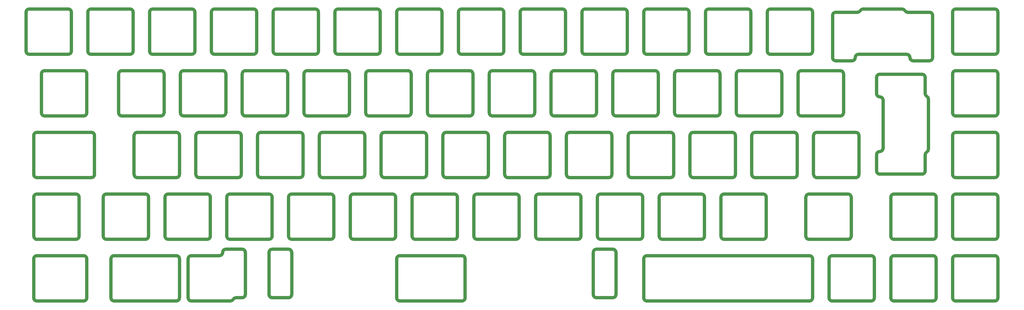
<source format=gbr>
%TF.GenerationSoftware,KiCad,Pcbnew,(5.1.9)-1*%
%TF.CreationDate,2021-02-08T20:30:21+01:00*%
%TF.ProjectId,P.02_ISO,502e3032-5f49-4534-9f2e-6b696361645f,rev?*%
%TF.SameCoordinates,Original*%
%TF.FileFunction,Soldermask,Bot*%
%TF.FilePolarity,Negative*%
%FSLAX46Y46*%
G04 Gerber Fmt 4.6, Leading zero omitted, Abs format (unit mm)*
G04 Created by KiCad (PCBNEW (5.1.9)-1) date 2021-02-08 20:30:21*
%MOMM*%
%LPD*%
G01*
G04 APERTURE LIST*
%ADD10C,1.000000*%
G04 APERTURE END LIST*
D10*
X101035963Y-90364967D02*
G75*
G02*
X100035934Y-91364938I-1000000J29D01*
G01*
X235674051Y-72318805D02*
G75*
G02*
X234674080Y-71318776I29J1000000D01*
G01*
X64224360Y-58313896D02*
X76224366Y-58314240D01*
X100036335Y-77364931D02*
G75*
G02*
X101036306Y-78364960I-29J-1000000D01*
G01*
X235674452Y-58318798D02*
X247674459Y-58319141D01*
X119085944Y-91365483D02*
X107085938Y-91365140D01*
X38124345Y-58313151D02*
G75*
G02*
X39124317Y-59313179I-28J-1000000D01*
G01*
X100035934Y-91364938D02*
X88035928Y-91364595D01*
X107086338Y-77365132D02*
X119086345Y-77365475D01*
X88036328Y-77364588D02*
X100036334Y-77364931D01*
X63224330Y-59313868D02*
G75*
G02*
X64224360Y-58313896I1000001J-29D01*
G01*
X107085938Y-91365139D02*
G75*
G02*
X106085966Y-90365111I28J1000000D01*
G01*
X39124317Y-59313179D02*
X39123974Y-71313186D01*
X64223959Y-72313905D02*
G75*
G02*
X63223987Y-71313875I29J1000001D01*
G01*
X77223994Y-71314275D02*
G75*
G02*
X76223966Y-72314247I-1000000J28D01*
G01*
X87035956Y-90364566D02*
X87036299Y-78364559D01*
X106086309Y-78365105D02*
G75*
G02*
X107086338Y-77365132I1000001J-28D01*
G01*
X120086317Y-78365504D02*
X120085973Y-90365511D01*
X26124339Y-58312807D02*
X38124346Y-58313150D01*
X76224366Y-58314239D02*
G75*
G02*
X77224338Y-59314269I-29J-1000001D01*
G01*
X88035927Y-91364595D02*
G75*
G02*
X87035956Y-90364566I29J1000000D01*
G01*
X25124309Y-59312779D02*
G75*
G02*
X26124339Y-58312807I1000001J-29D01*
G01*
X247674058Y-72319149D02*
X235674052Y-72318805D01*
X77224338Y-59314269D02*
X77223995Y-71314275D01*
X25123967Y-71312786D02*
X25124310Y-59312779D01*
X234674424Y-59318770D02*
G75*
G02*
X235674452Y-58318798I1000000J-28D01*
G01*
X26123939Y-72312814D02*
G75*
G02*
X25123967Y-71312786I28J1000000D01*
G01*
X39123975Y-71313186D02*
G75*
G02*
X38123945Y-72313158I-1000001J29D01*
G01*
X76223966Y-72314247D02*
X64223959Y-72313904D01*
X234674080Y-71318776D02*
X234674423Y-59318770D01*
X119086344Y-77365475D02*
G75*
G02*
X120086317Y-78365504I-28J-1000001D01*
G01*
X106085966Y-90365111D02*
X106086309Y-78365104D01*
X248674431Y-59319170D02*
X248674087Y-71319177D01*
X38123945Y-72313158D02*
X26123939Y-72312815D01*
X120085974Y-90365511D02*
G75*
G02*
X119085944Y-91365483I-1000001J29D01*
G01*
X248674088Y-71319177D02*
G75*
G02*
X247674058Y-72319149I-1000001J29D01*
G01*
X101036306Y-78364960D02*
X101035963Y-90364966D01*
X63223987Y-71313875D02*
X63224330Y-59313868D01*
X247674458Y-58319141D02*
G75*
G02*
X248674431Y-59319170I-28J-1000001D01*
G01*
X283298533Y-91370178D02*
G75*
G02*
X282298561Y-90370148I29J1000001D01*
G01*
X282297472Y-128470169D02*
X282297815Y-116470162D01*
X295298539Y-91370520D02*
X283298533Y-91370177D01*
X82273998Y-71314420D02*
X82274341Y-59314413D01*
X296298568Y-90370549D02*
G75*
G02*
X295298539Y-91370520I-1000000J29D01*
G01*
X77510750Y-97414298D02*
G75*
G02*
X78510778Y-96414326I1000000J-28D01*
G01*
X95273976Y-72314792D02*
X83273970Y-72314449D01*
X96274006Y-71314820D02*
G75*
G02*
X95273976Y-72314792I-1000001J29D01*
G01*
X-69970Y-77362069D02*
X16692539Y-77362548D01*
X215624412Y-59318225D02*
G75*
G02*
X216624442Y-58318253I1000001J-29D01*
G01*
X164236369Y-77366766D02*
X176236375Y-77367109D01*
X295298940Y-77370512D02*
G75*
G02*
X296298912Y-78370542I-29J-1000001D01*
G01*
X53699869Y-40263585D02*
G75*
G02*
X54699898Y-39263614I1000000J-29D01*
G01*
X82274340Y-59314413D02*
G75*
G02*
X83274370Y-58314441I1000001J-29D01*
G01*
X91799547Y-52264682D02*
X91799890Y-40264675D01*
X164235968Y-91366773D02*
G75*
G02*
X163235997Y-90366744I29J1000000D01*
G01*
X66699505Y-53263965D02*
X54699498Y-53263621D01*
X67699535Y-52263993D02*
G75*
G02*
X66699505Y-53263965I-1000001J29D01*
G01*
X283297844Y-115470190D02*
X295297850Y-115470533D01*
X16692139Y-91362556D02*
X-70370Y-91362076D01*
X96274348Y-59314813D02*
X96274005Y-71314820D01*
X176235975Y-91367117D02*
X164235969Y-91366773D01*
X95274376Y-58314785D02*
G75*
G02*
X96274348Y-59314813I-28J-1000000D01*
G01*
X16692540Y-77362548D02*
G75*
G02*
X17692511Y-78362577I-29J-1000000D01*
G01*
X216624442Y-58318253D02*
X228624448Y-58318596D01*
X282297814Y-116470162D02*
G75*
G02*
X283297844Y-115470190I1000001J-29D01*
G01*
X87036299Y-78364559D02*
G75*
G02*
X88036328Y-77364588I1000000J-29D01*
G01*
X282298905Y-78370142D02*
G75*
G02*
X283298933Y-77370170I1000000J-28D01*
G01*
X282298561Y-90370148D02*
X282298904Y-78370142D01*
X295297850Y-115470534D02*
G75*
G02*
X296297822Y-116470562I-28J-1000000D01*
G01*
X295297450Y-129470541D02*
X283297444Y-129470198D01*
X177236347Y-78367138D02*
X177236004Y-90367145D01*
X58197780Y-113463754D02*
X63197782Y-113463897D01*
X296298912Y-78370542D02*
X296298569Y-90370548D01*
X229624078Y-71318632D02*
G75*
G02*
X228624048Y-72318604I-1000001J29D01*
G01*
X283298933Y-77370170D02*
X295298940Y-77370513D01*
X67699877Y-40263986D02*
X67699534Y-52263993D01*
X296297822Y-116470562D02*
X296297479Y-128470569D01*
X66699905Y-39263958D02*
G75*
G02*
X67699877Y-40263986I-28J-1000000D01*
G01*
X283297444Y-129470197D02*
G75*
G02*
X282297472Y-128470169I28J1000000D01*
G01*
X83273970Y-72314448D02*
G75*
G02*
X82273998Y-71314420I28J1000000D01*
G01*
X163235997Y-90366744D02*
X163236340Y-78366738D01*
X-70370Y-91362077D02*
G75*
G02*
X-1070342Y-90362047I29J1000001D01*
G01*
X163236340Y-78366737D02*
G75*
G02*
X164236369Y-77366766I1000000J-29D01*
G01*
X215624070Y-71318232D02*
X215624413Y-59318225D01*
X54699898Y-39263614D02*
X66699906Y-39263957D01*
X177236005Y-90367145D02*
G75*
G02*
X176235975Y-91367117I-1000001J29D01*
G01*
X296297480Y-128470569D02*
G75*
G02*
X295297450Y-129470541I-1000001J29D01*
G01*
X53699526Y-52263592D02*
X53699869Y-40263586D01*
X-1070342Y-90362047D02*
X-1069999Y-78362041D01*
X104799526Y-53265054D02*
X92799519Y-53264711D01*
X83274370Y-58314441D02*
X95274376Y-58314784D01*
X216624042Y-72318260D02*
G75*
G02*
X215624070Y-71318232I28J1000000D01*
G01*
X78510778Y-96414326D02*
X90510784Y-96414669D01*
X92799520Y-53264711D02*
G75*
G02*
X91799547Y-52264682I28J1000001D01*
G01*
X176236375Y-77367110D02*
G75*
G02*
X177236347Y-78367138I-28J-1000000D01*
G01*
X228624448Y-58318597D02*
G75*
G02*
X229624420Y-59318625I-28J-1000000D01*
G01*
X54699497Y-53263621D02*
G75*
G02*
X53699526Y-52263592I29J1000000D01*
G01*
X229624420Y-59318625D02*
X229624077Y-71318632D01*
X228624048Y-72318604D02*
X216624042Y-72318261D01*
X78510377Y-110414333D02*
G75*
G02*
X77510406Y-109414304I29J1000000D01*
G01*
X-1069998Y-78362041D02*
G75*
G02*
X-69970Y-77362069I1000000J-28D01*
G01*
X17692169Y-90362584D02*
G75*
G02*
X16692139Y-91362556I-1000001J29D01*
G01*
X17692511Y-78362577D02*
X17692168Y-90362584D01*
X91799890Y-40264675D02*
G75*
G02*
X92799920Y-39264703I1000001J-29D01*
G01*
X276247440Y-129469996D02*
X264247433Y-129469653D01*
X263247805Y-116469617D02*
G75*
G02*
X264247834Y-115469646I1000000J-29D01*
G01*
X91510412Y-109414705D02*
G75*
G02*
X90510383Y-110414676I-1000000J29D01*
G01*
X90510784Y-96414667D02*
G75*
G02*
X91510757Y-97414698I-29J-1000002D01*
G01*
X77510406Y-109414304D02*
X77510749Y-97414297D01*
X220099616Y-52268349D02*
G75*
G02*
X219099588Y-53268321I-1000000J28D01*
G01*
X220099960Y-40268343D02*
X220099617Y-52268349D01*
X209574038Y-72318059D02*
X197574031Y-72317716D01*
X15309828Y-128462535D02*
G75*
G02*
X14309799Y-129462508I-1000001J28D01*
G01*
X188049571Y-53267433D02*
G75*
G02*
X187049599Y-52267405I28J1000000D01*
G01*
X206099609Y-52267949D02*
X206099952Y-40267943D01*
X143899576Y-52266171D02*
G75*
G02*
X142899546Y-53266143I-1000001J29D01*
G01*
X-71059Y-115462089D02*
X14310199Y-115462500D01*
X30885896Y-91362961D02*
G75*
G02*
X29885925Y-90362932I29J1000000D01*
G01*
X201049949Y-40267798D02*
X201049606Y-52267805D01*
X263247462Y-128469624D02*
X263247805Y-116469618D01*
X219099988Y-39268313D02*
G75*
G02*
X220099960Y-40268343I-29J-1000001D01*
G01*
X63197783Y-113463897D02*
G75*
G02*
X64197754Y-114463926I-29J-1000000D01*
G01*
X143899919Y-40266165D02*
X143899576Y-52266171D01*
X200049977Y-39267770D02*
G75*
G02*
X201049949Y-40267798I-28J-1000000D01*
G01*
X29886268Y-78362925D02*
G75*
G02*
X30886297Y-77362954I1000000J-29D01*
G01*
X207099981Y-39267971D02*
X219099988Y-39268314D01*
X197574031Y-72317717D02*
G75*
G02*
X196574059Y-71317687I29J1000001D01*
G01*
X57197750Y-114463726D02*
G75*
G02*
X58197780Y-113463754I1000001J-29D01*
G01*
X14309799Y-129462508D02*
X-71459Y-129462097D01*
X105799555Y-52265081D02*
G75*
G02*
X104799526Y-53265054I-1000001J28D01*
G01*
X104799926Y-39265047D02*
G75*
G02*
X105799898Y-40265075I-28J-1000000D01*
G01*
X92799920Y-39264703D02*
X104799926Y-39265046D01*
X264247433Y-129469653D02*
G75*
G02*
X263247462Y-128469624I29J1000000D01*
G01*
X207099581Y-53267979D02*
G75*
G02*
X206099609Y-52267949I29J1000001D01*
G01*
X91510757Y-97414698D02*
X91510412Y-109414704D01*
X209574438Y-58318051D02*
G75*
G02*
X210574410Y-59318081I-29J-1000001D01*
G01*
X-71459Y-129462096D02*
G75*
G02*
X-1071431Y-128462068I28J1000000D01*
G01*
X42886304Y-77363297D02*
G75*
G02*
X43886275Y-78363326I-29J-1000000D01*
G01*
X277247469Y-128470025D02*
G75*
G02*
X276247440Y-129469996I-1000000J29D01*
G01*
X277247812Y-116470018D02*
X277247469Y-128470024D01*
X264247834Y-115469646D02*
X276247840Y-115469989D01*
X219099588Y-53268321D02*
X207099581Y-53267978D01*
X142899546Y-53266143D02*
X130899540Y-53265800D01*
X42885903Y-91363304D02*
X30885897Y-91362961D01*
X201049607Y-52267805D02*
G75*
G02*
X200049577Y-53267777I-1000001J29D01*
G01*
X90510383Y-110414676D02*
X78510378Y-110414333D01*
X200049577Y-53267777D02*
X188049571Y-53267434D01*
X15310171Y-116462530D02*
X15309828Y-128462536D01*
X188049971Y-39267426D02*
X200049977Y-39267769D01*
X29885925Y-90362932D02*
X29886268Y-78362926D01*
X276247841Y-115469989D02*
G75*
G02*
X277247812Y-116470018I-29J-1000000D01*
G01*
X206099953Y-40267943D02*
G75*
G02*
X207099981Y-39267971I1000000J-28D01*
G01*
X187049941Y-40267398D02*
G75*
G02*
X188049971Y-39267426I1000001J-29D01*
G01*
X-1071431Y-128462068D02*
X-1071088Y-116462061D01*
X43886275Y-78363326D02*
X43885932Y-90363332D01*
X14310199Y-115462500D02*
G75*
G02*
X15310171Y-116462530I-29J-1000001D01*
G01*
X30886297Y-77362954D02*
X42886303Y-77363297D01*
X-1071088Y-116462062D02*
G75*
G02*
X-71059Y-115462089I1000001J-28D01*
G01*
X187049599Y-52267405D02*
X187049942Y-40267398D01*
X196574403Y-59317680D02*
G75*
G02*
X197574432Y-58317709I1000000J-29D01*
G01*
X43885932Y-90363333D02*
G75*
G02*
X42885903Y-91363304I-1000000J29D01*
G01*
X197574432Y-58317709D02*
X209574438Y-58318052D01*
X210574410Y-59318081D02*
X210574067Y-71318087D01*
X105799898Y-40265075D02*
X105799555Y-52265082D01*
X210574066Y-71318087D02*
G75*
G02*
X209574038Y-72318059I-1000000J28D01*
G01*
X57197751Y-114463726D02*
G75*
G02*
X56197721Y-115463698I-1000001J29D01*
G01*
X196574059Y-71317687D02*
X196574402Y-59317681D01*
X85749516Y-53264509D02*
X73749509Y-53264166D01*
X237054242Y-109418865D02*
X237054585Y-97418859D01*
X295300028Y-39270492D02*
G75*
G02*
X296300001Y-40270521I-28J-1000001D01*
G01*
X29599857Y-40262897D02*
X29599514Y-52262903D01*
X181999596Y-52267261D02*
G75*
G02*
X180999567Y-53267232I-1000000J29D01*
G01*
X86749888Y-40264531D02*
X86749545Y-52264537D01*
X63197354Y-128463905D02*
X61285653Y-128463850D01*
X16599478Y-53262533D02*
G75*
G02*
X15599506Y-52262503I29J1000001D01*
G01*
X97560788Y-96414870D02*
X109560795Y-96415213D01*
X73749509Y-53264167D02*
G75*
G02*
X72749537Y-52264137I29J1000001D01*
G01*
X73749909Y-39264159D02*
X85749916Y-39264502D01*
X64197754Y-114463926D02*
X64197383Y-127463933D01*
X96560416Y-109414849D02*
X96560759Y-97414842D01*
X185760436Y-110417399D02*
X173760429Y-110417056D01*
X85749916Y-39264501D02*
G75*
G02*
X86749888Y-40264531I-29J-1000001D01*
G01*
X181999939Y-40267254D02*
X181999596Y-52267260D01*
X46553938Y-116463422D02*
G75*
G02*
X47553967Y-115463451I1000000J-29D01*
G01*
X168999961Y-39266882D02*
X180999967Y-39267225D01*
X167999589Y-52266860D02*
X167999932Y-40266853D01*
X168999560Y-53266889D02*
G75*
G02*
X167999589Y-52266860I29J1000000D01*
G01*
X72749537Y-52264137D02*
X72749880Y-40264130D01*
X109560794Y-96415213D02*
G75*
G02*
X110560767Y-97415242I-28J-1000001D01*
G01*
X142899947Y-39266135D02*
G75*
G02*
X143899919Y-40266165I-29J-1000001D01*
G01*
X130899940Y-39265792D02*
X142899947Y-39266135D01*
X251054593Y-97419259D02*
X251054250Y-109419265D01*
X283300022Y-39270149D02*
X295300029Y-39270492D01*
X296299658Y-52270527D02*
G75*
G02*
X295299629Y-53270500I-1000001J28D01*
G01*
X64197382Y-127463933D02*
G75*
G02*
X63197354Y-128463905I-1000000J28D01*
G01*
X72749881Y-40264131D02*
G75*
G02*
X73749909Y-39264159I1000000J-28D01*
G01*
X59553573Y-129463801D02*
X47553567Y-129463458D01*
X180999567Y-53267232D02*
X168999561Y-53266889D01*
X238054214Y-110418895D02*
G75*
G02*
X237054242Y-109418865I29J1000001D01*
G01*
X282299650Y-52270128D02*
X282299993Y-40270121D01*
X28599885Y-39262867D02*
G75*
G02*
X29599857Y-40262897I-29J-1000001D01*
G01*
X16599879Y-39262525D02*
X28599885Y-39262868D01*
X251054249Y-109419266D02*
G75*
G02*
X250054220Y-110419237I-1000000J29D01*
G01*
X238054614Y-96418887D02*
X250054621Y-96419230D01*
X283299623Y-53270157D02*
G75*
G02*
X282299650Y-52270128I28J1000001D01*
G01*
X28599485Y-53262875D02*
X16599478Y-53262532D01*
X47553566Y-129463458D02*
G75*
G02*
X46553595Y-128463429I29J1000000D01*
G01*
X60419613Y-128963826D02*
G75*
G02*
X59553573Y-129463801I-866011J500025D01*
G01*
X167999932Y-40266853D02*
G75*
G02*
X168999961Y-39266882I1000000J-29D01*
G01*
X129899911Y-40265765D02*
G75*
G02*
X130899940Y-39265792I1000001J-28D01*
G01*
X129899568Y-52265771D02*
X129899911Y-40265764D01*
X296300001Y-40270521D02*
X296299658Y-52270528D01*
X29599513Y-52262903D02*
G75*
G02*
X28599485Y-53262875I-1000000J28D01*
G01*
X282299993Y-40270122D02*
G75*
G02*
X283300022Y-39270149I1000001J-28D01*
G01*
X15599850Y-40262496D02*
G75*
G02*
X16599879Y-39262525I1000000J-29D01*
G01*
X109560395Y-110415221D02*
X97560388Y-110414878D01*
X46553595Y-128463429D02*
X46553938Y-116463423D01*
X250054621Y-96419229D02*
G75*
G02*
X251054593Y-97419259I-29J-1000001D01*
G01*
X295299629Y-53270500D02*
X283299622Y-53270157D01*
X60419612Y-128963825D02*
G75*
G02*
X61285653Y-128463850I866012J-500026D01*
G01*
X180999968Y-39267225D02*
G75*
G02*
X181999939Y-40267254I-29J-1000000D01*
G01*
X86749544Y-52264537D02*
G75*
G02*
X85749516Y-53264509I-1000000J28D01*
G01*
X96560759Y-97414843D02*
G75*
G02*
X97560788Y-96414870I1000001J-28D01*
G01*
X130899541Y-53265800D02*
G75*
G02*
X129899568Y-52265771I28J1000001D01*
G01*
X110560424Y-109415248D02*
G75*
G02*
X109560395Y-110415221I-1000001J28D01*
G01*
X110560767Y-97415242D02*
X110560424Y-109415249D01*
X47553967Y-115463451D02*
X56197721Y-115463698D01*
X250054220Y-110419237D02*
X238054214Y-110418894D01*
X237054586Y-97418859D02*
G75*
G02*
X238054614Y-96418887I1000000J-28D01*
G01*
X97560389Y-110414878D02*
G75*
G02*
X96560416Y-109414849I28J1000001D01*
G01*
X15599506Y-52262503D02*
X15599849Y-40262497D01*
X134660437Y-109415938D02*
X134660780Y-97415931D01*
X124849907Y-40265620D02*
X124849564Y-52265626D01*
X58173985Y-71313730D02*
G75*
G02*
X57173956Y-72313703I-1000001J28D01*
G01*
X173760429Y-110417057D02*
G75*
G02*
X172760457Y-109417027I29J1000001D01*
G01*
X276162961Y-41269946D02*
X276162590Y-54269953D01*
X131991141Y-128465871D02*
G75*
G02*
X130991112Y-129465844I-1000001J28D01*
G01*
X283298389Y-96420180D02*
X295298395Y-96420523D01*
X44174321Y-59313324D02*
G75*
G02*
X45174349Y-58313352I1000000J-28D01*
G01*
X275162989Y-40269918D02*
G75*
G02*
X276162961Y-41269946I-28J-1000000D01*
G01*
X115610770Y-97415386D02*
G75*
G02*
X116610799Y-96415415I1000000J-29D01*
G01*
X116610799Y-96415415D02*
X128610805Y-96415758D01*
X57174356Y-58313694D02*
G75*
G02*
X58174328Y-59313724I-29J-1000001D01*
G01*
X268457036Y-40269725D02*
X275162989Y-40269917D01*
X110847723Y-116465261D02*
G75*
G02*
X111847751Y-115465289I1000000J-28D01*
G01*
X110847379Y-128465267D02*
X110847722Y-116465261D01*
X130991511Y-115465836D02*
G75*
G02*
X131991484Y-116465865I-28J-1000001D01*
G01*
X135660409Y-110415966D02*
G75*
G02*
X134660437Y-109415938I28J1000000D01*
G01*
X147660415Y-110416310D02*
X135660409Y-110415967D01*
X148660787Y-97416331D02*
X148660444Y-109416338D01*
X129610777Y-97415787D02*
X129610434Y-109415793D01*
X154710819Y-96416504D02*
X166710826Y-96416847D01*
X282298359Y-97420152D02*
G75*
G02*
X283298389Y-96420180I1000001J-29D01*
G01*
X282298016Y-109420158D02*
X282298359Y-97420152D01*
X111847751Y-115465289D02*
X130991512Y-115465836D01*
X283297988Y-110420188D02*
G75*
G02*
X282298016Y-109420158I29J1000001D01*
G01*
X295297995Y-110420531D02*
X283297988Y-110420188D01*
X130991112Y-129465844D02*
X111847351Y-129465296D01*
X276162589Y-54269953D02*
G75*
G02*
X275162561Y-55269925I-1000000J28D01*
G01*
X147660815Y-96416303D02*
G75*
G02*
X148660787Y-97416331I-28J-1000000D01*
G01*
X268457035Y-40269724D02*
G75*
G02*
X267591025Y-39769700I29J999999D01*
G01*
X45174349Y-58313352D02*
X57174356Y-58313695D01*
X111849529Y-53265255D02*
G75*
G02*
X110849558Y-52265226I29J1000000D01*
G01*
X296298024Y-109420558D02*
G75*
G02*
X295297995Y-110420531I-1000001J28D01*
G01*
X296298367Y-97420552D02*
X296298024Y-109420559D01*
X111849930Y-39265248D02*
X123849935Y-39265591D01*
X124849564Y-52265627D02*
G75*
G02*
X123849535Y-53265598I-1000000J29D01*
G01*
X110849901Y-40265219D02*
G75*
G02*
X111849930Y-39265248I1000000J-29D01*
G01*
X166710825Y-96416847D02*
G75*
G02*
X167710798Y-97416876I-28J-1000001D01*
G01*
X110849558Y-52265226D02*
X110849901Y-40265220D01*
X45173949Y-72313360D02*
G75*
G02*
X44173977Y-71313330I29J1000001D01*
G01*
X128610405Y-110415765D02*
X116610398Y-110415422D01*
X128610806Y-96415758D02*
G75*
G02*
X129610777Y-97415787I-29J-1000000D01*
G01*
X167710798Y-97416876D02*
X167710455Y-109416883D01*
X58174328Y-59313724D02*
X58173985Y-71313731D01*
X57173956Y-72313703D02*
X45173949Y-72313359D01*
X148660445Y-109416338D02*
G75*
G02*
X147660415Y-110416310I-1000001J29D01*
G01*
X266725013Y-39269675D02*
G75*
G02*
X267591025Y-39769700I-28J-1000001D01*
G01*
X115610426Y-109415393D02*
X115610770Y-97415387D01*
X116610398Y-110415423D02*
G75*
G02*
X115610426Y-109415393I29J1000001D01*
G01*
X129610433Y-109415793D02*
G75*
G02*
X128610405Y-110415765I-1000000J28D01*
G01*
X131991484Y-116465865D02*
X131991141Y-128465872D01*
X186760464Y-109417427D02*
G75*
G02*
X185760436Y-110417399I-1000000J28D01*
G01*
X123849535Y-53265598D02*
X111849530Y-53265255D01*
X295298394Y-96420523D02*
G75*
G02*
X296298367Y-97420552I-28J-1000001D01*
G01*
X134660779Y-97415931D02*
G75*
G02*
X135660809Y-96415959I1000001J-29D01*
G01*
X111847351Y-129465297D02*
G75*
G02*
X110847379Y-128465267I29J1000001D01*
G01*
X44173977Y-71313330D02*
X44174320Y-59313324D01*
X186760808Y-97417421D02*
X186760465Y-109417427D01*
X185760836Y-96417391D02*
G75*
G02*
X186760808Y-97417421I-29J-1000001D01*
G01*
X173760830Y-96417049D02*
X185760836Y-96417392D01*
X172760801Y-97417020D02*
G75*
G02*
X173760830Y-96417049I1000000J-29D01*
G01*
X123849936Y-39265591D02*
G75*
G02*
X124849907Y-40265620I-29J-1000000D01*
G01*
X135660809Y-96415959D02*
X147660815Y-96416302D01*
X172760457Y-109417027D02*
X172760800Y-97417020D01*
X183285979Y-91367319D02*
G75*
G02*
X182286007Y-90367289I29J1000001D01*
G01*
X210860478Y-109418116D02*
X210860821Y-97418110D01*
X58460739Y-97413752D02*
G75*
G02*
X59460768Y-96413781I1000000J-29D01*
G01*
X72460746Y-97414153D02*
X72460403Y-109414160D01*
X125135976Y-90365655D02*
X125136319Y-78365649D01*
X275162561Y-55269925D02*
X270162558Y-55269782D01*
X211860449Y-110418145D02*
G75*
G02*
X210860478Y-109418116I29J1000000D01*
G01*
X196286358Y-78367683D02*
X196286015Y-90367689D01*
X252286577Y-54269270D02*
G75*
G02*
X253286606Y-53269299I1000000J-29D01*
G01*
X182286351Y-78367283D02*
G75*
G02*
X183286379Y-77367311I1000000J-28D01*
G01*
X270162558Y-55269783D02*
G75*
G02*
X269162586Y-54269753I29J1000001D01*
G01*
X167710455Y-109416883D02*
G75*
G02*
X166710425Y-110416855I-1000001J29D01*
G01*
X277248014Y-109420013D02*
G75*
G02*
X276247985Y-110419986I-1000001J28D01*
G01*
X196286014Y-90367690D02*
G75*
G02*
X195285985Y-91367661I-1000000J29D01*
G01*
X224860485Y-109418517D02*
G75*
G02*
X223860456Y-110418488I-1000000J29D01*
G01*
X195286386Y-77367653D02*
G75*
G02*
X196286358Y-78367683I-29J-1000001D01*
G01*
X183286379Y-77367311D02*
X195286386Y-77367654D01*
X58460396Y-109413759D02*
X58460739Y-97413753D01*
X188047393Y-129467475D02*
G75*
G02*
X187047420Y-128467446I28J1000001D01*
G01*
X276248385Y-96419978D02*
G75*
G02*
X277248357Y-97420008I-29J-1000001D01*
G01*
X71460374Y-110414132D02*
X59460368Y-110413788D01*
X139136327Y-78366049D02*
X139135984Y-90366055D01*
X188047793Y-115467467D02*
X238147820Y-115468900D01*
X264248378Y-96419635D02*
X276248385Y-96419978D01*
X126136348Y-77365677D02*
X138136355Y-77366020D01*
X246286974Y-40269092D02*
X252992926Y-40269283D01*
X211860850Y-96418138D02*
X223860857Y-96418481D01*
X246286546Y-55269100D02*
G75*
G02*
X245286573Y-54269071I28J1000001D01*
G01*
X252286577Y-54269270D02*
G75*
G02*
X251286548Y-55269243I-1000001J28D01*
G01*
X138135955Y-91366027D02*
X126135948Y-91365684D01*
X276247985Y-110419986D02*
X264247978Y-110419643D01*
X59460768Y-96413781D02*
X71460774Y-96414124D01*
X245286573Y-54269071D02*
X245286945Y-41269064D01*
X224860828Y-97418510D02*
X224860485Y-109418516D01*
X195285985Y-91367661D02*
X183285979Y-91367318D01*
X72460404Y-109414160D02*
G75*
G02*
X71460374Y-110414132I-1000001J29D01*
G01*
X245286945Y-41269063D02*
G75*
G02*
X246286974Y-40269092I1000000J-29D01*
G01*
X223860857Y-96418481D02*
G75*
G02*
X224860828Y-97418510I-29J-1000000D01*
G01*
X263248006Y-109419614D02*
X263248349Y-97419607D01*
X59460367Y-110413788D02*
G75*
G02*
X58460396Y-109413759I29J1000000D01*
G01*
X138136355Y-77366019D02*
G75*
G02*
X139136327Y-78366049I-29J-1000001D01*
G01*
X263248349Y-97419608D02*
G75*
G02*
X264248378Y-96419635I1000001J-28D01*
G01*
X126135948Y-91365685D02*
G75*
G02*
X125135976Y-90365655I29J1000001D01*
G01*
X253858966Y-39769308D02*
G75*
G02*
X252992926Y-40269283I-866011J500025D01*
G01*
X251286548Y-55269243D02*
X246286545Y-55269100D01*
X210860821Y-97418109D02*
G75*
G02*
X211860850Y-96418138I1000000J-29D01*
G01*
X268162614Y-53269724D02*
X253286606Y-53269299D01*
X187047420Y-128467446D02*
X187047763Y-116467439D01*
X254725007Y-39269332D02*
X266725013Y-39269676D01*
X264247979Y-110419643D02*
G75*
G02*
X263248006Y-109419614I28J1000001D01*
G01*
X223860456Y-110418488D02*
X211860450Y-110418145D01*
X253858966Y-39769307D02*
G75*
G02*
X254725007Y-39269332I866012J-500026D01*
G01*
X153710791Y-97416476D02*
G75*
G02*
X154710819Y-96416504I1000000J-28D01*
G01*
X71460774Y-96414125D02*
G75*
G02*
X72460746Y-97414153I-28J-1000000D01*
G01*
X238147820Y-115468899D02*
G75*
G02*
X239147792Y-116468929I-29J-1000001D01*
G01*
X139135983Y-90366055D02*
G75*
G02*
X138135955Y-91366027I-1000000J28D01*
G01*
X187047763Y-116467439D02*
G75*
G02*
X188047793Y-115467467I1000001J-29D01*
G01*
X268162614Y-53269723D02*
G75*
G02*
X269162586Y-54269753I-29J-1000001D01*
G01*
X153710447Y-109416482D02*
X153710790Y-97416476D01*
X154710419Y-110416512D02*
G75*
G02*
X153710447Y-109416482I29J1000001D01*
G01*
X166710425Y-110416855D02*
X154710419Y-110416511D01*
X182286007Y-90367289D02*
X182286350Y-78367282D01*
X125136320Y-78365649D02*
G75*
G02*
X126136348Y-77365677I1000000J-28D01*
G01*
X277248357Y-97420008D02*
X277248014Y-109420014D01*
X140424401Y-58316075D02*
X152424407Y-58316418D01*
X52410364Y-110413587D02*
X40410357Y-110413244D01*
X152424007Y-72316426D02*
X140424000Y-72316082D01*
X153424379Y-59316447D02*
X153424036Y-71316454D01*
X158474382Y-59316591D02*
G75*
G02*
X159474411Y-58316620I1000000J-29D01*
G01*
X245197823Y-115469101D02*
X257197830Y-115469444D01*
X61936314Y-77363841D02*
G75*
G02*
X62936286Y-78363871I-29J-1000001D01*
G01*
X239147792Y-116468929D02*
X239147449Y-128468935D01*
X283299478Y-58320159D02*
X295299484Y-58320502D01*
X114324387Y-58315328D02*
G75*
G02*
X115324359Y-59315358I-29J-1000001D01*
G01*
X238149598Y-53268866D02*
X226149591Y-53268523D01*
X101324352Y-59314958D02*
G75*
G02*
X102324380Y-58314986I1000000J-28D01*
G01*
X239149970Y-40268888D02*
X239149627Y-52268894D01*
X295299084Y-72320510D02*
X283299078Y-72320167D01*
X52410763Y-96413579D02*
G75*
G02*
X53410736Y-97413608I-28J-1000001D01*
G01*
X139424029Y-71316053D02*
X139424372Y-59316047D01*
X101324008Y-71314964D02*
X101324351Y-59314958D01*
X282299106Y-71320138D02*
X282299449Y-59320131D01*
X258197802Y-116469473D02*
X258197459Y-128469480D01*
X226149992Y-39268515D02*
X238149998Y-39268858D01*
X296299456Y-59320532D02*
X296299113Y-71320538D01*
X172474389Y-59316992D02*
X172474046Y-71316998D01*
X245197423Y-129469109D02*
G75*
G02*
X244197451Y-128469079I29J1000001D01*
G01*
X225149962Y-40268487D02*
G75*
G02*
X226149992Y-39268515I1000001J-29D01*
G01*
X139424372Y-59316046D02*
G75*
G02*
X140424401Y-58316075I1000000J-29D01*
G01*
X39410385Y-109413215D02*
X39410728Y-97413208D01*
X152424407Y-58316419D02*
G75*
G02*
X153424379Y-59316447I-28J-1000000D01*
G01*
X62936286Y-78363871D02*
X62935943Y-90363877D01*
X226149592Y-53268523D02*
G75*
G02*
X225149619Y-52268494I28J1000001D01*
G01*
X48936278Y-78363471D02*
G75*
G02*
X49936307Y-77363498I1000001J-28D01*
G01*
X239149627Y-52268893D02*
G75*
G02*
X238149598Y-53268866I-1000001J28D01*
G01*
X283299078Y-72320166D02*
G75*
G02*
X282299106Y-71320138I28J1000000D01*
G01*
X158474039Y-71316598D02*
X158474382Y-59316591D01*
X40410758Y-96413236D02*
X52410764Y-96413579D01*
X48935935Y-90363477D02*
X48936278Y-78363470D01*
X257197829Y-115469444D02*
G75*
G02*
X258197802Y-116469473I-28J-1000001D01*
G01*
X172474046Y-71316999D02*
G75*
G02*
X171474017Y-72316970I-1000000J29D01*
G01*
X39410728Y-97413208D02*
G75*
G02*
X40410758Y-96413236I1000001J-29D01*
G01*
X53410393Y-109413614D02*
G75*
G02*
X52410364Y-110413587I-1000001J28D01*
G01*
X115324015Y-71315365D02*
G75*
G02*
X114323986Y-72315336I-1000000J29D01*
G01*
X296299114Y-71320538D02*
G75*
G02*
X295299084Y-72320510I-1000001J29D01*
G01*
X225149619Y-52268494D02*
X225149962Y-40268487D01*
X295299485Y-58320503D02*
G75*
G02*
X296299456Y-59320532I-29J-1000000D01*
G01*
X40410358Y-110413244D02*
G75*
G02*
X39410385Y-109413215I28J1000001D01*
G01*
X140424000Y-72316082D02*
G75*
G02*
X139424029Y-71316053I29J1000000D01*
G01*
X153424037Y-71316454D02*
G75*
G02*
X152424007Y-72316426I-1000001J29D01*
G01*
X171474418Y-58316963D02*
G75*
G02*
X172474389Y-59316992I-29J-1000000D01*
G01*
X258197459Y-128469479D02*
G75*
G02*
X257197430Y-129469452I-1000001J28D01*
G01*
X159474010Y-72316627D02*
G75*
G02*
X158474039Y-71316598I29J1000000D01*
G01*
X53410736Y-97413608D02*
X53410393Y-109413615D01*
X244197794Y-116469074D02*
G75*
G02*
X245197823Y-115469101I1000001J-28D01*
G01*
X171474017Y-72316970D02*
X159474011Y-72316627D01*
X238147419Y-129468907D02*
X188047392Y-129467475D01*
X239147448Y-128468936D02*
G75*
G02*
X238147419Y-129468907I-1000000J29D01*
G01*
X244197451Y-128469079D02*
X244197794Y-116469073D01*
X114323986Y-72315336D02*
X102323980Y-72314993D01*
X257197430Y-129469452D02*
X245197423Y-129469109D01*
X159474411Y-58316620D02*
X171474417Y-58316963D01*
X115324359Y-59315358D02*
X115324016Y-71315364D01*
X102324380Y-58314986D02*
X114324387Y-58315329D01*
X102323980Y-72314994D02*
G75*
G02*
X101324008Y-71314964I29J1000001D01*
G01*
X282299448Y-59320131D02*
G75*
G02*
X283299478Y-58320159I1000001J-29D01*
G01*
X49936307Y-77363498D02*
X61936314Y-77363841D01*
X238149998Y-39268858D02*
G75*
G02*
X239149970Y-40268888I-29J-1000001D01*
G01*
X12929782Y-97412422D02*
X12929782Y-109412430D01*
X250800991Y-91374595D02*
G75*
G02*
X250904265Y-91369251I103246J-994657D01*
G01*
X7918360Y-110417102D02*
G75*
G02*
X8016090Y-110412318I97701J-995216D01*
G01*
X252436604Y-77374643D02*
G75*
G02*
X253436575Y-78374672I-29J-1000000D01*
G01*
X252539480Y-91369298D02*
X250904265Y-91369251D01*
X240435580Y-91374178D02*
G75*
G02*
X240253743Y-91357501I29J1000000D01*
G01*
X241904268Y-91374214D02*
G75*
G02*
X241919802Y-91374335I-29J-1000007D01*
G01*
X11929811Y-96412422D02*
G75*
G02*
X12929782Y-97412422I-29J-1000000D01*
G01*
X241904269Y-91374221D02*
X240435580Y-91374178D01*
X12929782Y-109412430D02*
G75*
G02*
X11929753Y-110412430I-1000000J0D01*
G01*
X253436224Y-90374672D02*
G75*
G02*
X252539480Y-91369298I-1000000J29D01*
G01*
X250800992Y-91374595D02*
X241919802Y-91374335D01*
X252342667Y-77369285D02*
X252436604Y-77369287D01*
X239435609Y-90374149D02*
X239435960Y-78373938D01*
X11929753Y-110412430D02*
X8016090Y-110412318D01*
X253436575Y-78374672D02*
X253436224Y-90374672D01*
X239435960Y-78373938D02*
G75*
G02*
X240435583Y-77373968I1000000J-30D01*
G01*
X67985945Y-90364021D02*
X67986288Y-78364015D01*
X22741082Y-128462748D02*
X22741425Y-116462742D01*
X81986296Y-78364415D02*
X81985953Y-90364422D01*
X68986318Y-77364043D02*
X80986324Y-77364386D01*
X42884814Y-129463325D02*
X23741054Y-129462778D01*
X10549846Y-40262352D02*
X10549504Y-52262359D01*
X81985953Y-90364421D02*
G75*
G02*
X80985924Y-91364394I-1000001J28D01*
G01*
X-1071199Y-109417106D02*
X-1070847Y-97417100D01*
X157185965Y-91366572D02*
X145185958Y-91366229D01*
X-527569Y-110306926D02*
G75*
G02*
X-1071199Y-109417106I456370J889790D01*
G01*
X191810810Y-97417565D02*
G75*
G02*
X192810840Y-96417593I1000001J-29D01*
G01*
X-527567Y-110306926D02*
G75*
G02*
X-357677Y-110417102I-456370J-889791D01*
G01*
X134374026Y-71315908D02*
G75*
G02*
X133373997Y-72315881I-1000001J28D01*
G01*
X145186359Y-77366221D02*
X157186365Y-77366564D01*
X-2450132Y-39261980D02*
X9549875Y-39262324D01*
X1311798Y-59312099D02*
G75*
G02*
X2311826Y-58312127I1000000J-28D01*
G01*
X144186329Y-78366193D02*
G75*
G02*
X145186359Y-77366221I1000001J-29D01*
G01*
X23741454Y-115462770D02*
X42885214Y-115463317D01*
X14311833Y-58312469D02*
G75*
G02*
X15311805Y-59312499I-29J-1000001D01*
G01*
X133374396Y-58315873D02*
G75*
G02*
X134374369Y-59315902I-28J-1000001D01*
G01*
X144185986Y-90366200D02*
X144186330Y-78366193D01*
X204810846Y-96417937D02*
G75*
G02*
X205810818Y-97417965I-28J-1000000D01*
G01*
X14311432Y-72312477D02*
X2311426Y-72312134D01*
X121374390Y-58315530D02*
X133374397Y-58315873D01*
X68985917Y-91364051D02*
G75*
G02*
X67985945Y-90364021I29J1000001D01*
G01*
X-2450531Y-53261988D02*
G75*
G02*
X-3450504Y-52261959I28J1000001D01*
G01*
X67986289Y-78364014D02*
G75*
G02*
X68986318Y-77364043I1000000J-29D01*
G01*
X80985924Y-91364394D02*
X68985917Y-91364050D01*
X192810840Y-96417593D02*
X204810846Y-96417936D01*
X145185959Y-91366229D02*
G75*
G02*
X144185986Y-90366200I28J1000001D01*
G01*
X133373997Y-72315881D02*
X121373990Y-72315538D01*
X23741053Y-129462777D02*
G75*
G02*
X22741082Y-128462748I29J1000000D01*
G01*
X192810440Y-110417600D02*
G75*
G02*
X191810468Y-109417572I28J1000000D01*
G01*
X-3450161Y-40261953D02*
G75*
G02*
X-2450132Y-39261980I1000001J-28D01*
G01*
X205810818Y-97417965D02*
X205810475Y-109417972D01*
X2311826Y-58312127D02*
X14311833Y-58312470D01*
X120374361Y-59315503D02*
G75*
G02*
X121374390Y-58315530I1000001J-28D01*
G01*
X-3450504Y-52261959D02*
X-3450161Y-40261952D01*
X120374018Y-71315509D02*
X120374361Y-59315502D01*
X42885214Y-115463318D02*
G75*
G02*
X43885186Y-116463346I-28J-1000000D01*
G01*
X22741424Y-116462742D02*
G75*
G02*
X23741454Y-115462770I1000001J-29D01*
G01*
X43884844Y-128463353D02*
G75*
G02*
X42884814Y-129463325I-1000001J29D01*
G01*
X43885186Y-116463346D02*
X43884843Y-128463353D01*
X9549474Y-53262331D02*
X-2450532Y-53261988D01*
X1311454Y-71312105D02*
X1311797Y-59312098D01*
X80986323Y-77364386D02*
G75*
G02*
X81986296Y-78364415I-28J-1000001D01*
G01*
X158185995Y-90366600D02*
G75*
G02*
X157185965Y-91366572I-1000001J29D01*
G01*
X15311805Y-59312499D02*
X15311462Y-71312505D01*
X204810446Y-110417944D02*
X192810440Y-110417601D01*
X121373991Y-72315538D02*
G75*
G02*
X120374018Y-71315509I28J1000001D01*
G01*
X9549874Y-39262324D02*
G75*
G02*
X10549846Y-40262352I-28J-1000000D01*
G01*
X205810476Y-109417972D02*
G75*
G02*
X204810446Y-110417944I-1000001J29D01*
G01*
X8454491Y-96412323D02*
X11929810Y-96412422D01*
X8454491Y-96417378D02*
X8454491Y-96412323D01*
X2311426Y-72312135D02*
G75*
G02*
X1311454Y-71312105I29J1000001D01*
G01*
X-1070847Y-97417100D02*
G75*
G02*
X-70818Y-96417129I1000000J-29D01*
G01*
X15311461Y-71312506D02*
G75*
G02*
X14311432Y-72312477I-1000000J29D01*
G01*
X158186337Y-78366594D02*
X158185994Y-90366600D01*
X-70818Y-96417129D02*
X8454491Y-96417378D01*
X7918360Y-110417102D02*
X-357677Y-110417102D01*
X157186366Y-77366565D02*
G75*
G02*
X158186337Y-78366594I-29J-1000000D01*
G01*
X191810468Y-109417572D02*
X191810811Y-97417565D01*
X134374369Y-59315902D02*
X134374026Y-71315909D01*
X10549504Y-52262359D02*
G75*
G02*
X9549474Y-53262331I-1000001J29D01*
G01*
X162949929Y-40266709D02*
X162949586Y-52266716D01*
X190524028Y-72317515D02*
X178524021Y-72317172D01*
X161949956Y-39266680D02*
G75*
G02*
X162949929Y-40266709I-28J-1000001D01*
G01*
X149949950Y-39266337D02*
X161949957Y-39266680D01*
X191524400Y-59317536D02*
X191524057Y-71317543D01*
X190524427Y-58317507D02*
G75*
G02*
X191524400Y-59317536I-28J-1000001D01*
G01*
X178524421Y-58317164D02*
X190524428Y-58317507D01*
X177524392Y-59317137D02*
G75*
G02*
X178524421Y-58317164I1000001J-28D01*
G01*
X178524022Y-72317172D02*
G75*
G02*
X177524049Y-71317143I28J1000001D01*
G01*
X177524049Y-71317143D02*
X177524392Y-59317136D01*
X148949922Y-40266309D02*
G75*
G02*
X149949950Y-39266337I1000000J-28D01*
G01*
X148949578Y-52266315D02*
X148949921Y-40266309D01*
X149949550Y-53266345D02*
G75*
G02*
X148949578Y-52266315I29J1000001D01*
G01*
X161949557Y-53266688D02*
X149949550Y-53266344D01*
X162949586Y-52266715D02*
G75*
G02*
X161949557Y-53266688I-1000001J28D01*
G01*
X191524057Y-71317542D02*
G75*
G02*
X190524028Y-72317515I-1000001J28D01*
G01*
X21360622Y-110412699D02*
G75*
G02*
X20360651Y-109412699I29J1000000D01*
G01*
X259867491Y-90288256D02*
G75*
G02*
X258867491Y-89288256I0J1000000D01*
G01*
X259868380Y-59411861D02*
X272868380Y-59412241D01*
X260867688Y-82287861D02*
G75*
G02*
X259867670Y-83287861I-1000000J0D01*
G01*
X259867946Y-66411861D02*
G75*
G02*
X260867688Y-67411861I-258J-1000000D01*
G01*
X260867269Y-76374424D02*
X260867358Y-73324776D01*
X34360058Y-109418144D02*
G75*
G02*
X33360029Y-110418115I-1000000J29D01*
G01*
X273868351Y-60412271D02*
X273868205Y-65411861D01*
X258868351Y-60411832D02*
G75*
G02*
X259868380Y-59411861I1000000J-29D01*
G01*
X272868381Y-59412241D02*
G75*
G02*
X273868351Y-60412271I-30J-1000000D01*
G01*
X21360680Y-96412692D02*
X21454497Y-96412694D01*
X260867688Y-73324776D02*
X260867688Y-67411861D01*
X258867491Y-84287865D02*
G75*
G02*
X259839537Y-83288256I1000000J0D01*
G01*
X20360651Y-97412692D02*
G75*
G02*
X21360680Y-96412692I1000000J0D01*
G01*
X33360029Y-110418115D02*
X31892096Y-110418072D01*
X273867666Y-84287889D02*
G75*
G02*
X274367381Y-83422029I1000000J-1D01*
G01*
X31877008Y-110418185D02*
G75*
G02*
X31892096Y-110418072I15059J-999887D01*
G01*
X274367875Y-66277726D02*
G75*
G02*
X274867546Y-67143590I-500329J-865835D01*
G01*
X259839537Y-83288256D02*
G75*
G02*
X259867670Y-83287861I28115J-999605D01*
G01*
X21555012Y-96417762D02*
X33360439Y-96418108D01*
X274367876Y-66277725D02*
G75*
G02*
X273868205Y-65411861I500329J865835D01*
G01*
X22892098Y-110412743D02*
G75*
G02*
X22993739Y-110417925I-29J-1000001D01*
G01*
X260867688Y-82287861D02*
X260867688Y-76374424D01*
X274867095Y-82556198D02*
G75*
G02*
X274367381Y-83422029I-1000000J29D01*
G01*
X20360651Y-109412699D02*
X20360651Y-97412692D01*
X258868205Y-65411831D02*
X258868351Y-60411831D01*
X31877008Y-110418185D02*
X22993739Y-110417925D01*
X259867946Y-66411861D02*
G75*
G02*
X258868205Y-65411831I259J1000000D01*
G01*
X22892098Y-110412743D02*
X21360623Y-110412699D01*
X273867666Y-89288256D02*
G75*
G02*
X272867666Y-90288256I-1000000J0D01*
G01*
X258867491Y-89288256D02*
X258867491Y-84287865D01*
X272867666Y-90288256D02*
X259867491Y-90288256D01*
X34360410Y-97418137D02*
X34360058Y-109418144D01*
X171497812Y-114466994D02*
X171497441Y-127467001D01*
X172497413Y-128467030D02*
X177497415Y-128467173D01*
X78491141Y-127464342D02*
G75*
G02*
X77491111Y-128464314I-1000001J29D01*
G01*
X33360439Y-96418108D02*
G75*
G02*
X34360410Y-97418137I-29J-1000000D01*
G01*
X177497844Y-113467165D02*
X172497841Y-113467022D01*
X72491109Y-128464170D02*
G75*
G02*
X71491137Y-127464142I28J1000000D01*
G01*
X72491537Y-113464163D02*
X77491540Y-113464306D01*
X172497413Y-128467029D02*
G75*
G02*
X171497441Y-127467001I28J1000000D01*
G01*
X171497813Y-114466994D02*
G75*
G02*
X172497841Y-113467022I1000000J-28D01*
G01*
X21454497Y-96412695D02*
G75*
G02*
X21555012Y-96417762I-28J-1000000D01*
G01*
X77491111Y-128464314D02*
X72491109Y-128464171D01*
X273867666Y-84287890D02*
X273867666Y-89288256D01*
X177497845Y-113467165D02*
G75*
G02*
X178497816Y-114467194I-29J-1000000D01*
G01*
X178497445Y-127467201D02*
G75*
G02*
X177497415Y-128467173I-1000001J29D01*
G01*
X71491137Y-127464142D02*
X71491508Y-114464135D01*
X78491512Y-114464335D02*
X78491140Y-127464342D01*
X77491541Y-113464306D02*
G75*
G02*
X78491512Y-114464335I-29J-1000000D01*
G01*
X71491509Y-114464135D02*
G75*
G02*
X72491537Y-113464163I1000000J-28D01*
G01*
X274867546Y-67143590D02*
X274867095Y-82556198D01*
X178497444Y-127467201D02*
X178497816Y-114467194D01*
X220386371Y-78368371D02*
G75*
G02*
X221386400Y-77368400I1000000J-29D01*
G01*
X221385999Y-91368407D02*
G75*
G02*
X220386028Y-90368378I29J1000000D01*
G01*
X234386035Y-90368779D02*
G75*
G02*
X233386006Y-91368750I-1000000J29D01*
G01*
X34649517Y-52263048D02*
X34649860Y-40263041D01*
X35649489Y-53263076D02*
G75*
G02*
X34649517Y-52263048I28J1000000D01*
G01*
X233386006Y-91368750D02*
X221386000Y-91368407D01*
X240435583Y-77373968D02*
X252323124Y-77369475D01*
X234386378Y-78368772D02*
X234386035Y-90368778D01*
X47649495Y-53263420D02*
X35649489Y-53263077D01*
X202336390Y-77367855D02*
X214336396Y-77368198D01*
X233386407Y-77368743D02*
G75*
G02*
X234386378Y-78368772I-29J-1000000D01*
G01*
X48649525Y-52263448D02*
G75*
G02*
X47649495Y-53263420I-1000001J29D01*
G01*
X240253743Y-91357501D02*
G75*
G02*
X239435609Y-90374149I181866J983323D01*
G01*
X35649889Y-39263069D02*
X47649895Y-39263412D01*
X62935943Y-90363876D02*
G75*
G02*
X61935914Y-91363849I-1000001J28D01*
G01*
X214336395Y-77368198D02*
G75*
G02*
X215336368Y-78368227I-28J-1000001D01*
G01*
X49935908Y-91363506D02*
G75*
G02*
X48935935Y-90363477I28J1000001D01*
G01*
X61935914Y-91363849D02*
X49935907Y-91363506D01*
X201336360Y-78367827D02*
G75*
G02*
X202336390Y-77367855I1000001J-29D01*
G01*
X201336017Y-90367834D02*
X201336360Y-78367827D01*
X215336025Y-90368233D02*
G75*
G02*
X214335996Y-91368206I-1000001J28D01*
G01*
X34649859Y-40263041D02*
G75*
G02*
X35649889Y-39263069I1000001J-29D01*
G01*
X202335990Y-91367863D02*
G75*
G02*
X201336017Y-90367834I28J1000001D01*
G01*
X214335996Y-91368206D02*
X202335989Y-91367863D01*
X220386028Y-90368378D02*
X220386371Y-78368372D01*
X47649895Y-39263413D02*
G75*
G02*
X48649867Y-40263441I-28J-1000000D01*
G01*
X215336368Y-78368227D02*
X215336025Y-90368234D01*
X48649867Y-40263441D02*
X48649524Y-52263448D01*
X221386400Y-77368400D02*
X233386406Y-77368743D01*
M02*

</source>
